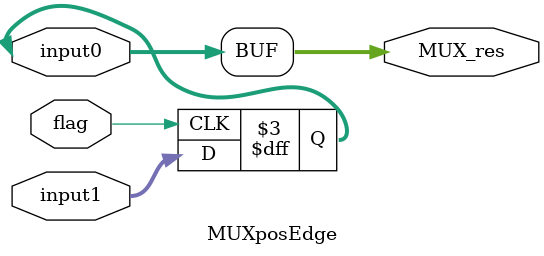
<source format=v>
`timescale 1ns / 1ps
module MUXposEdge(
	input [31:0] input0,
	input [31:0] input1,
	input flag,
	output reg [31:0] MUX_res
    );
	
	always @ (posedge flag)
	begin
		MUX_res <= input1;
	end
	
	always @ (input0)
	begin
		MUX_res = input0;
	end
	
endmodule

</source>
